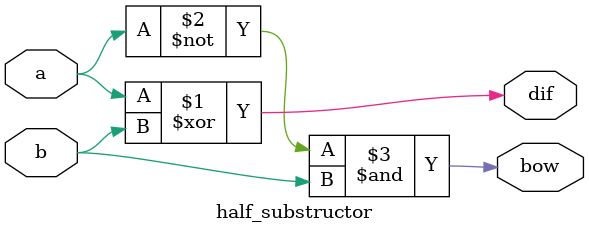
<source format=sv>
module half_substructor(input a,b, output dif,bow);
  assign dif = a^b;
  assign bow = ~a&b;
endmodule
</source>
